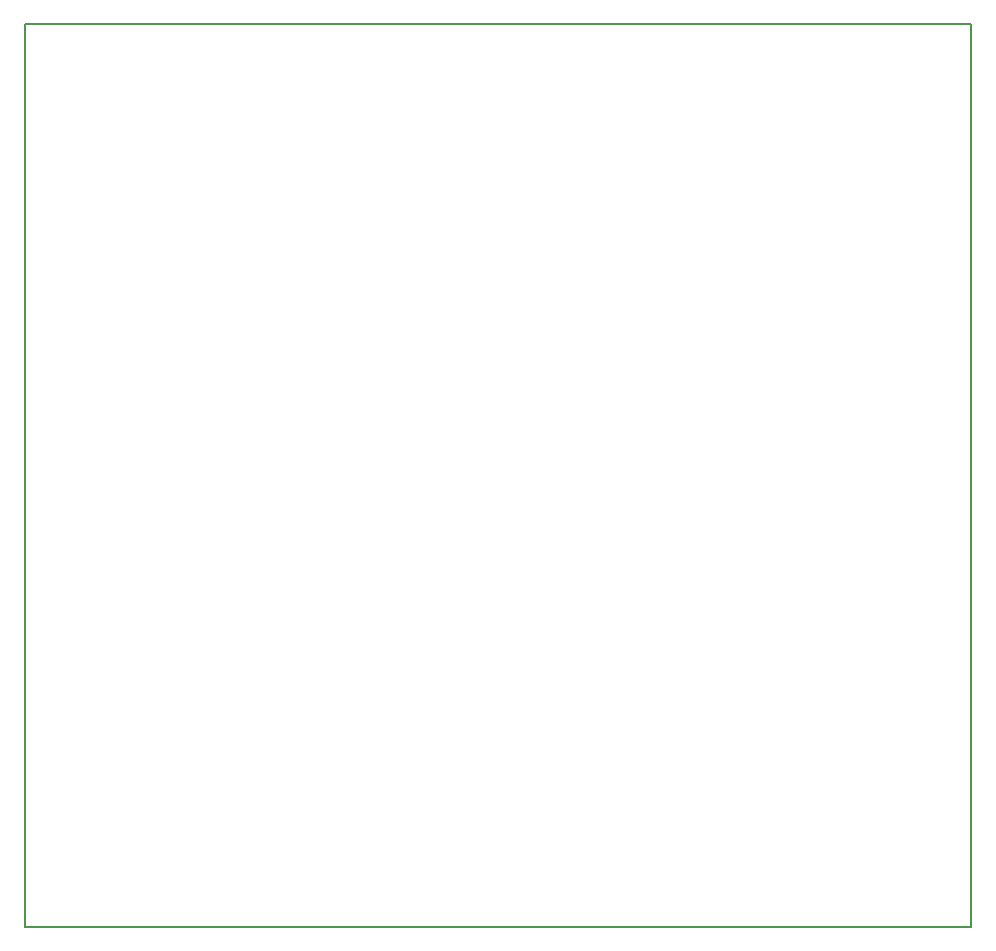
<source format=gbr>
G04 PROTEUS GERBER X2 FILE*
%TF.GenerationSoftware,Labcenter,Proteus,8.6-SP2-Build23525*%
%TF.CreationDate,2021-11-18T02:18:18+00:00*%
%TF.FileFunction,NonPlated,1,2,NPTH*%
%TF.FilePolarity,Positive*%
%TF.Part,Single*%
%FSLAX45Y45*%
%MOMM*%
G01*
%TA.AperFunction,Profile*%
%ADD17C,0.203200*%
%TD.AperFunction*%
D17*
X-10860000Y-2890000D02*
X-2850000Y-2890000D01*
X-2850000Y+4760000D01*
X-10860000Y+4760000D01*
X-10860000Y-2890000D01*
M02*

</source>
